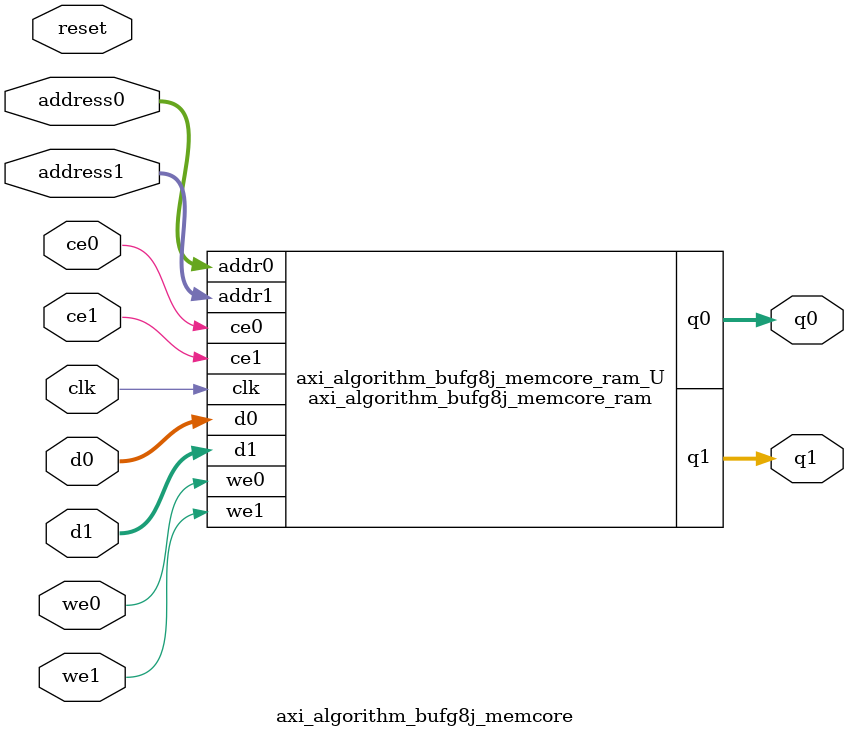
<source format=v>

`timescale 1 ns / 1 ps
module axi_algorithm_bufg8j_memcore_ram (addr0, ce0, d0, we0, q0, addr1, ce1, d1, we1, q1,  clk);

parameter DWIDTH = 32;
parameter AWIDTH = 3;
parameter MEM_SIZE = 8;

input[AWIDTH-1:0] addr0;
input ce0;
input[DWIDTH-1:0] d0;
input we0;
output reg[DWIDTH-1:0] q0;
input[AWIDTH-1:0] addr1;
input ce1;
input[DWIDTH-1:0] d1;
input we1;
output reg[DWIDTH-1:0] q1;
input clk;

(* ram_style = "distributed" *)reg [DWIDTH-1:0] ram[0:MEM_SIZE-1];




always @(posedge clk)  
begin 
    if (ce0) 
    begin
        if (we0) 
        begin 
            ram[addr0] <= d0; 
            q0 <= d0;
        end 
        else 
            q0 <= ram[addr0];
    end
end


always @(posedge clk)  
begin 
    if (ce1) 
    begin
        if (we1) 
        begin 
            ram[addr1] <= d1; 
            q1 <= d1;
        end 
        else 
            q1 <= ram[addr1];
    end
end


endmodule


`timescale 1 ns / 1 ps
module axi_algorithm_bufg8j_memcore(
    reset,
    clk,
    address0,
    ce0,
    we0,
    d0,
    q0,
    address1,
    ce1,
    we1,
    d1,
    q1);

parameter DataWidth = 32'd32;
parameter AddressRange = 32'd8;
parameter AddressWidth = 32'd3;
input reset;
input clk;
input[AddressWidth - 1:0] address0;
input ce0;
input we0;
input[DataWidth - 1:0] d0;
output[DataWidth - 1:0] q0;
input[AddressWidth - 1:0] address1;
input ce1;
input we1;
input[DataWidth - 1:0] d1;
output[DataWidth - 1:0] q1;



axi_algorithm_bufg8j_memcore_ram axi_algorithm_bufg8j_memcore_ram_U(
    .clk( clk ),
    .addr0( address0 ),
    .ce0( ce0 ),
    .d0( d0 ),
    .we0( we0 ),
    .q0( q0 ),
    .addr1( address1 ),
    .ce1( ce1 ),
    .d1( d1 ),
    .we1( we1 ),
    .q1( q1 ));

endmodule


</source>
